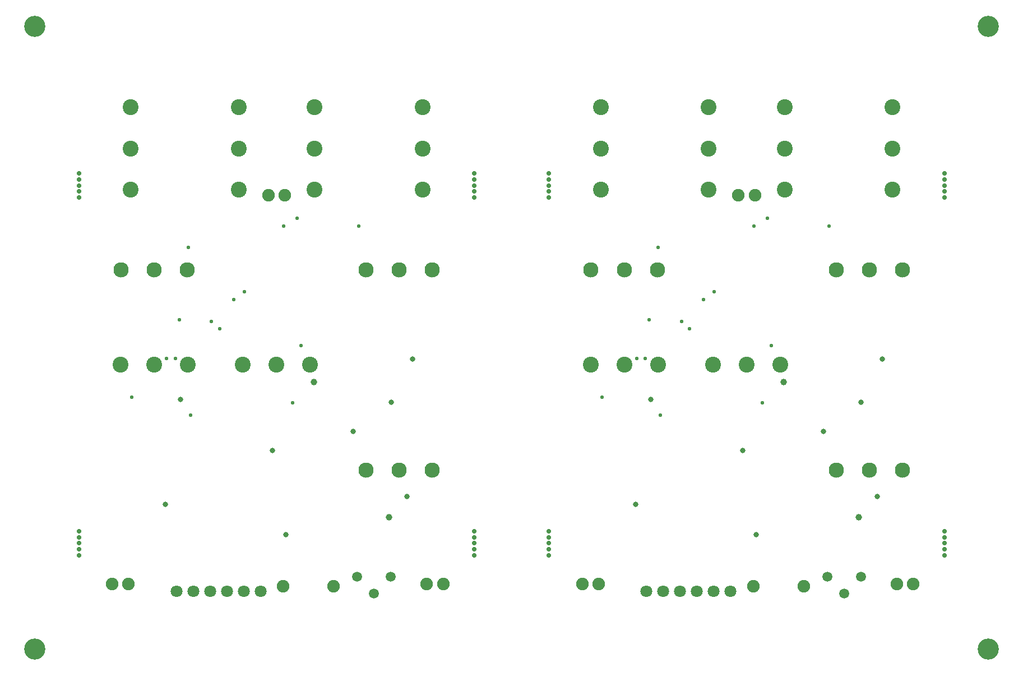
<source format=gbs>
%FSLAX46Y46*%
%MOMM*%
%AMPS13*
1,1,2.300000,0.000000,0.000000*
%
%ADD13PS13*%
%AMPS18*
1,1,1.800000,0.000000,0.000000*
%
%ADD18PS18*%
%AMPS17*
1,1,2.400000,0.000000,0.000000*
%
%ADD17PS17*%
%AMPS19*
1,1,1.500000,0.000000,0.000000*
%
%ADD19PS19*%
%AMPS15*
1,1,2.400000,0.000000,0.000000*
%
%ADD15PS15*%
%AMPS12*
1,1,1.900000,0.000000,0.000000*
%
%ADD12PS12*%
%AMPS16*
1,1,1.900000,0.000000,0.000000*
%
%ADD16PS16*%
%AMPS14*
1,1,1.900000,0.000000,0.000000*
%
%ADD14PS14*%
%AMPS22*
1,1,1.000000,0.000000,0.000000*
%
%ADD22PS22*%
%AMPS21*
1,1,0.800000,0.000000,0.000000*
%
%ADD21PS21*%
%AMPS20*
1,1,0.550000,0.000000,0.000000*
%
%ADD20PS20*%
%AMPS11*
1,1,3.200000,0.000000,0.000000*
%
%ADD11PS11*%
%AMPS10*
1,1,0.700000,0.000000,0.000000*
%
%ADD10PS10*%
G01*
G01*
%LPD*%
G75*
D10*
X80630000Y19900000D03*
D10*
X9630000Y20800000D03*
D10*
X140370000Y19900000D03*
D10*
X80630000Y19000000D03*
D10*
X80630000Y73900000D03*
D10*
X69370000Y19900000D03*
D10*
X9630000Y18100000D03*
D10*
X69370000Y73000000D03*
D10*
X140370000Y74800000D03*
D10*
X9630000Y19900000D03*
D11*
X147000000Y3000000D03*
D10*
X140370000Y73900000D03*
D10*
X9630000Y74800000D03*
D10*
X69370000Y20800000D03*
D11*
X3000000Y97000000D03*
D10*
X140370000Y20800000D03*
D10*
X80630000Y73000000D03*
D11*
X3000000Y3000000D03*
D10*
X80630000Y71200000D03*
D10*
X69370000Y17200000D03*
D10*
X69370000Y71200000D03*
D10*
X140370000Y18100000D03*
D10*
X80630000Y18100000D03*
D10*
X140370000Y73000000D03*
D10*
X140370000Y19000000D03*
D10*
X69370000Y73900000D03*
D10*
X80630000Y74800000D03*
D10*
X69370000Y19000000D03*
D10*
X80630000Y20800000D03*
D10*
X9630000Y17200000D03*
D10*
X69370000Y18100000D03*
D10*
X9630000Y19000000D03*
D10*
X9630000Y71200000D03*
D10*
X140370000Y72100000D03*
D10*
X69370000Y74800000D03*
D10*
X140370000Y71200000D03*
D11*
X147000000Y97000000D03*
D10*
X140370000Y17200000D03*
D10*
X80630000Y17200000D03*
D10*
X80630000Y72100000D03*
D10*
X69370000Y72100000D03*
D10*
X9630000Y73900000D03*
D10*
X9630000Y72100000D03*
D10*
X9630000Y73000000D03*
D12*
X62150000Y12850000D03*
D12*
X64650000Y12850000D03*
D13*
X16000000Y60300000D03*
D13*
X26000000Y60300000D03*
D13*
X21000000Y60300000D03*
D14*
X40490000Y12500000D03*
D14*
X48110000Y12500000D03*
D13*
X53000000Y30000000D03*
D13*
X63000000Y30000000D03*
D13*
X58000000Y30000000D03*
D15*
X33750000Y72350000D03*
D15*
X33750000Y84800000D03*
D15*
X17450000Y84800000D03*
D15*
X33750000Y78550000D03*
D15*
X17450000Y78550000D03*
D15*
X17450000Y72350000D03*
D13*
X53000000Y60300000D03*
D13*
X63000000Y60300000D03*
D13*
X58000000Y60300000D03*
D12*
X14650000Y12850000D03*
D12*
X17150000Y12850000D03*
D16*
X40750000Y71500000D03*
D16*
X38250000Y71500000D03*
D17*
X21000000Y46000000D03*
D17*
X15920000Y46000000D03*
D17*
X26080000Y46000000D03*
D18*
X37050000Y11780000D03*
D18*
X26890000Y11780000D03*
D18*
X24350000Y11780000D03*
D18*
X29430000Y11780000D03*
D18*
X31970000Y11780000D03*
D18*
X34510000Y11780000D03*
D19*
X56740000Y13970000D03*
D19*
X54200000Y11430000D03*
D19*
X51660000Y13970000D03*
D15*
X61550000Y72350000D03*
D15*
X61550000Y84800000D03*
D15*
X45250000Y84800000D03*
D15*
X61550000Y78550000D03*
D15*
X45250000Y78550000D03*
D15*
X45250000Y72350000D03*
D17*
X39500000Y46000000D03*
D17*
X34420000Y46000000D03*
D17*
X44580000Y46000000D03*
D20*
X24800000Y52700000D03*
D20*
X51900000Y66900000D03*
D20*
X34600000Y57000000D03*
D20*
X33000000Y55800000D03*
D20*
X30900000Y51400000D03*
D20*
X17630000Y41030000D03*
D20*
X29650000Y52450000D03*
D21*
X60010000Y46810000D03*
D20*
X22900000Y46900000D03*
D20*
X40600000Y66900000D03*
D20*
X43200000Y48800000D03*
D21*
X22700000Y24900000D03*
D20*
X24200000Y46900000D03*
D21*
X38900000Y33000000D03*
D20*
X42600000Y68030000D03*
D21*
X59200000Y26100000D03*
D21*
X56800000Y40300000D03*
D22*
X45100000Y43300000D03*
D20*
X26140000Y63670000D03*
D21*
X51100000Y35900000D03*
D20*
X41900000Y40200000D03*
D21*
X25000000Y40700000D03*
D20*
X26490000Y38350000D03*
D22*
X56450000Y22950000D03*
D21*
X40900000Y20300000D03*
D12*
X133150000Y12850000D03*
D12*
X135650000Y12850000D03*
D13*
X87000000Y60300000D03*
D13*
X97000000Y60300000D03*
D13*
X92000000Y60300000D03*
D14*
X111490000Y12500000D03*
D14*
X119110000Y12500000D03*
D13*
X124000000Y30000000D03*
D13*
X134000000Y30000000D03*
D13*
X129000000Y30000000D03*
D15*
X104750000Y72350000D03*
D15*
X104750000Y84800000D03*
D15*
X88450000Y84800000D03*
D15*
X104750000Y78550000D03*
D15*
X88450000Y78550000D03*
D15*
X88450000Y72350000D03*
D13*
X124000000Y60300000D03*
D13*
X134000000Y60300000D03*
D13*
X129000000Y60300000D03*
D12*
X85650000Y12850000D03*
D12*
X88150000Y12850000D03*
D16*
X111750000Y71500000D03*
D16*
X109250000Y71500000D03*
D17*
X92000000Y46000000D03*
D17*
X86920000Y46000000D03*
D17*
X97080000Y46000000D03*
D18*
X108050000Y11780000D03*
D18*
X97890000Y11780000D03*
D18*
X95350000Y11780000D03*
D18*
X100430000Y11780000D03*
D18*
X102970000Y11780000D03*
D18*
X105510000Y11780000D03*
D19*
X127740000Y13970000D03*
D19*
X125200000Y11430000D03*
D19*
X122660000Y13970000D03*
D15*
X132550000Y72350000D03*
D15*
X132550000Y84800000D03*
D15*
X116250000Y84800000D03*
D15*
X132550000Y78550000D03*
D15*
X116250000Y78550000D03*
D15*
X116250000Y72350000D03*
D17*
X110500000Y46000000D03*
D17*
X105420000Y46000000D03*
D17*
X115580000Y46000000D03*
D20*
X95800000Y52700000D03*
D20*
X122900000Y66900000D03*
D20*
X105600000Y57000000D03*
D20*
X104000000Y55800000D03*
D20*
X101900000Y51400000D03*
D20*
X88630000Y41030000D03*
D20*
X100650000Y52450000D03*
D21*
X131010000Y46810000D03*
D20*
X93900000Y46900000D03*
D20*
X111600000Y66900000D03*
D20*
X114200000Y48800000D03*
D21*
X93700000Y24900000D03*
D20*
X95200000Y46900000D03*
D21*
X109900000Y33000000D03*
D20*
X113600000Y68030000D03*
D21*
X130200000Y26100000D03*
D21*
X127800000Y40300000D03*
D22*
X116100000Y43300000D03*
D20*
X97140000Y63670000D03*
D21*
X122100000Y35900000D03*
D20*
X112900000Y40200000D03*
D21*
X96000000Y40700000D03*
D20*
X97490000Y38350000D03*
D22*
X127450000Y22950000D03*
D21*
X111900000Y20300000D03*
M02*

</source>
